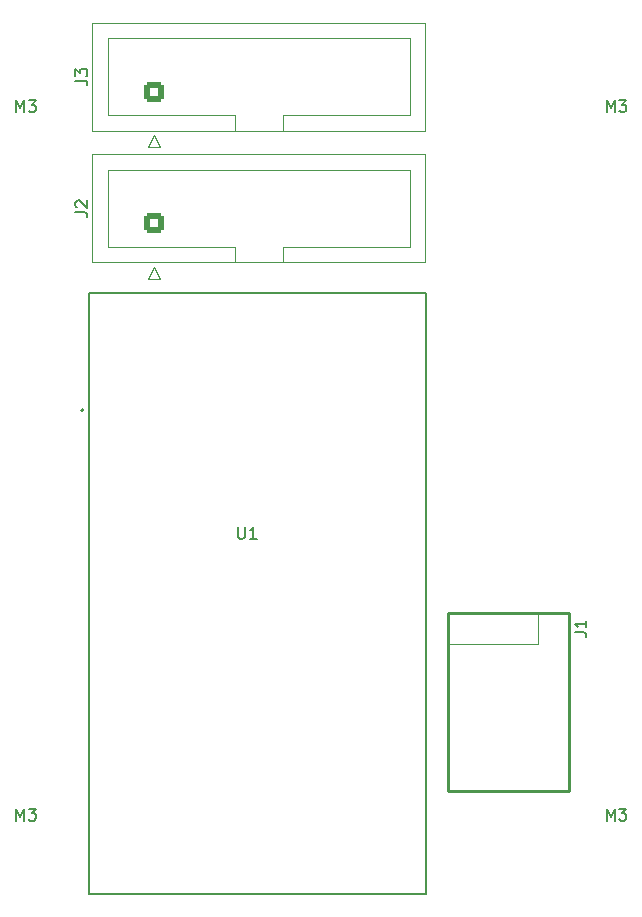
<source format=gbr>
%TF.GenerationSoftware,KiCad,Pcbnew,7.0.1-3b83917a11~172~ubuntu22.04.1*%
%TF.CreationDate,2023-03-21T01:48:29+08:00*%
%TF.ProjectId,PX Martix Board,5058204d-6172-4746-9978-20426f617264,rev?*%
%TF.SameCoordinates,Original*%
%TF.FileFunction,Legend,Top*%
%TF.FilePolarity,Positive*%
%FSLAX46Y46*%
G04 Gerber Fmt 4.6, Leading zero omitted, Abs format (unit mm)*
G04 Created by KiCad (PCBNEW 7.0.1-3b83917a11~172~ubuntu22.04.1) date 2023-03-21 01:48:29*
%MOMM*%
%LPD*%
G01*
G04 APERTURE LIST*
G04 Aperture macros list*
%AMRoundRect*
0 Rectangle with rounded corners*
0 $1 Rounding radius*
0 $2 $3 $4 $5 $6 $7 $8 $9 X,Y pos of 4 corners*
0 Add a 4 corners polygon primitive as box body*
4,1,4,$2,$3,$4,$5,$6,$7,$8,$9,$2,$3,0*
0 Add four circle primitives for the rounded corners*
1,1,$1+$1,$2,$3*
1,1,$1+$1,$4,$5*
1,1,$1+$1,$6,$7*
1,1,$1+$1,$8,$9*
0 Add four rect primitives between the rounded corners*
20,1,$1+$1,$2,$3,$4,$5,0*
20,1,$1+$1,$4,$5,$6,$7,0*
20,1,$1+$1,$6,$7,$8,$9,0*
20,1,$1+$1,$8,$9,$2,$3,0*%
G04 Aperture macros list end*
%ADD10C,0.250000*%
%ADD11C,0.150000*%
%ADD12C,0.127000*%
%ADD13C,0.200000*%
%ADD14C,0.120000*%
%ADD15C,3.000000*%
%ADD16R,2.000000X2.000000*%
%ADD17C,2.000000*%
%ADD18C,0.800000*%
%ADD19C,6.400000*%
%ADD20RoundRect,0.250000X0.600000X-0.600000X0.600000X0.600000X-0.600000X0.600000X-0.600000X-0.600000X0*%
%ADD21C,1.700000*%
%ADD22R,1.700000X1.700000*%
%ADD23O,1.700000X1.700000*%
G04 APERTURE END LIST*
D10*
X142720000Y-91870000D02*
X153000000Y-91870000D01*
X153000000Y-107000000D01*
X142720000Y-107000000D01*
X142720000Y-91870000D01*
D11*
%TO.C,U1*%
X124968095Y-84607091D02*
X124968095Y-85416614D01*
X124968095Y-85416614D02*
X125015714Y-85511852D01*
X125015714Y-85511852D02*
X125063333Y-85559472D01*
X125063333Y-85559472D02*
X125158571Y-85607091D01*
X125158571Y-85607091D02*
X125349047Y-85607091D01*
X125349047Y-85607091D02*
X125444285Y-85559472D01*
X125444285Y-85559472D02*
X125491904Y-85511852D01*
X125491904Y-85511852D02*
X125539523Y-85416614D01*
X125539523Y-85416614D02*
X125539523Y-84607091D01*
X126539523Y-85607091D02*
X125968095Y-85607091D01*
X126253809Y-85607091D02*
X126253809Y-84607091D01*
X126253809Y-84607091D02*
X126158571Y-84749948D01*
X126158571Y-84749948D02*
X126063333Y-84845186D01*
X126063333Y-84845186D02*
X125968095Y-84892805D01*
%TO.C,M3*%
X156190476Y-49462619D02*
X156190476Y-48462619D01*
X156190476Y-48462619D02*
X156523809Y-49176904D01*
X156523809Y-49176904D02*
X156857142Y-48462619D01*
X156857142Y-48462619D02*
X156857142Y-49462619D01*
X157238095Y-48462619D02*
X157857142Y-48462619D01*
X157857142Y-48462619D02*
X157523809Y-48843571D01*
X157523809Y-48843571D02*
X157666666Y-48843571D01*
X157666666Y-48843571D02*
X157761904Y-48891190D01*
X157761904Y-48891190D02*
X157809523Y-48938809D01*
X157809523Y-48938809D02*
X157857142Y-49034047D01*
X157857142Y-49034047D02*
X157857142Y-49272142D01*
X157857142Y-49272142D02*
X157809523Y-49367380D01*
X157809523Y-49367380D02*
X157761904Y-49415000D01*
X157761904Y-49415000D02*
X157666666Y-49462619D01*
X157666666Y-49462619D02*
X157380952Y-49462619D01*
X157380952Y-49462619D02*
X157285714Y-49415000D01*
X157285714Y-49415000D02*
X157238095Y-49367380D01*
%TO.C,J3*%
X111202619Y-46815833D02*
X111916904Y-46815833D01*
X111916904Y-46815833D02*
X112059761Y-46863452D01*
X112059761Y-46863452D02*
X112155000Y-46958690D01*
X112155000Y-46958690D02*
X112202619Y-47101547D01*
X112202619Y-47101547D02*
X112202619Y-47196785D01*
X111202619Y-46434880D02*
X111202619Y-45815833D01*
X111202619Y-45815833D02*
X111583571Y-46149166D01*
X111583571Y-46149166D02*
X111583571Y-46006309D01*
X111583571Y-46006309D02*
X111631190Y-45911071D01*
X111631190Y-45911071D02*
X111678809Y-45863452D01*
X111678809Y-45863452D02*
X111774047Y-45815833D01*
X111774047Y-45815833D02*
X112012142Y-45815833D01*
X112012142Y-45815833D02*
X112107380Y-45863452D01*
X112107380Y-45863452D02*
X112155000Y-45911071D01*
X112155000Y-45911071D02*
X112202619Y-46006309D01*
X112202619Y-46006309D02*
X112202619Y-46292023D01*
X112202619Y-46292023D02*
X112155000Y-46387261D01*
X112155000Y-46387261D02*
X112107380Y-46434880D01*
%TO.C,M3*%
X156190476Y-109462619D02*
X156190476Y-108462619D01*
X156190476Y-108462619D02*
X156523809Y-109176904D01*
X156523809Y-109176904D02*
X156857142Y-108462619D01*
X156857142Y-108462619D02*
X156857142Y-109462619D01*
X157238095Y-108462619D02*
X157857142Y-108462619D01*
X157857142Y-108462619D02*
X157523809Y-108843571D01*
X157523809Y-108843571D02*
X157666666Y-108843571D01*
X157666666Y-108843571D02*
X157761904Y-108891190D01*
X157761904Y-108891190D02*
X157809523Y-108938809D01*
X157809523Y-108938809D02*
X157857142Y-109034047D01*
X157857142Y-109034047D02*
X157857142Y-109272142D01*
X157857142Y-109272142D02*
X157809523Y-109367380D01*
X157809523Y-109367380D02*
X157761904Y-109415000D01*
X157761904Y-109415000D02*
X157666666Y-109462619D01*
X157666666Y-109462619D02*
X157380952Y-109462619D01*
X157380952Y-109462619D02*
X157285714Y-109415000D01*
X157285714Y-109415000D02*
X157238095Y-109367380D01*
X106190476Y-49462619D02*
X106190476Y-48462619D01*
X106190476Y-48462619D02*
X106523809Y-49176904D01*
X106523809Y-49176904D02*
X106857142Y-48462619D01*
X106857142Y-48462619D02*
X106857142Y-49462619D01*
X107238095Y-48462619D02*
X107857142Y-48462619D01*
X107857142Y-48462619D02*
X107523809Y-48843571D01*
X107523809Y-48843571D02*
X107666666Y-48843571D01*
X107666666Y-48843571D02*
X107761904Y-48891190D01*
X107761904Y-48891190D02*
X107809523Y-48938809D01*
X107809523Y-48938809D02*
X107857142Y-49034047D01*
X107857142Y-49034047D02*
X107857142Y-49272142D01*
X107857142Y-49272142D02*
X107809523Y-49367380D01*
X107809523Y-49367380D02*
X107761904Y-49415000D01*
X107761904Y-49415000D02*
X107666666Y-49462619D01*
X107666666Y-49462619D02*
X107380952Y-49462619D01*
X107380952Y-49462619D02*
X107285714Y-49415000D01*
X107285714Y-49415000D02*
X107238095Y-49367380D01*
%TO.C,J2*%
X111202619Y-57960305D02*
X111916904Y-57960305D01*
X111916904Y-57960305D02*
X112059761Y-58007924D01*
X112059761Y-58007924D02*
X112155000Y-58103162D01*
X112155000Y-58103162D02*
X112202619Y-58246019D01*
X112202619Y-58246019D02*
X112202619Y-58341257D01*
X111297857Y-57531733D02*
X111250238Y-57484114D01*
X111250238Y-57484114D02*
X111202619Y-57388876D01*
X111202619Y-57388876D02*
X111202619Y-57150781D01*
X111202619Y-57150781D02*
X111250238Y-57055543D01*
X111250238Y-57055543D02*
X111297857Y-57007924D01*
X111297857Y-57007924D02*
X111393095Y-56960305D01*
X111393095Y-56960305D02*
X111488333Y-56960305D01*
X111488333Y-56960305D02*
X111631190Y-57007924D01*
X111631190Y-57007924D02*
X112202619Y-57579352D01*
X112202619Y-57579352D02*
X112202619Y-56960305D01*
%TO.C,J1*%
X153462619Y-93533333D02*
X154176904Y-93533333D01*
X154176904Y-93533333D02*
X154319761Y-93580952D01*
X154319761Y-93580952D02*
X154415000Y-93676190D01*
X154415000Y-93676190D02*
X154462619Y-93819047D01*
X154462619Y-93819047D02*
X154462619Y-93914285D01*
X154462619Y-92533333D02*
X154462619Y-93104761D01*
X154462619Y-92819047D02*
X153462619Y-92819047D01*
X153462619Y-92819047D02*
X153605476Y-92914285D01*
X153605476Y-92914285D02*
X153700714Y-93009523D01*
X153700714Y-93009523D02*
X153748333Y-93104761D01*
%TO.C,M3*%
X106190476Y-109462619D02*
X106190476Y-108462619D01*
X106190476Y-108462619D02*
X106523809Y-109176904D01*
X106523809Y-109176904D02*
X106857142Y-108462619D01*
X106857142Y-108462619D02*
X106857142Y-109462619D01*
X107238095Y-108462619D02*
X107857142Y-108462619D01*
X107857142Y-108462619D02*
X107523809Y-108843571D01*
X107523809Y-108843571D02*
X107666666Y-108843571D01*
X107666666Y-108843571D02*
X107761904Y-108891190D01*
X107761904Y-108891190D02*
X107809523Y-108938809D01*
X107809523Y-108938809D02*
X107857142Y-109034047D01*
X107857142Y-109034047D02*
X107857142Y-109272142D01*
X107857142Y-109272142D02*
X107809523Y-109367380D01*
X107809523Y-109367380D02*
X107761904Y-109415000D01*
X107761904Y-109415000D02*
X107666666Y-109462619D01*
X107666666Y-109462619D02*
X107380952Y-109462619D01*
X107380952Y-109462619D02*
X107285714Y-109415000D01*
X107285714Y-109415000D02*
X107238095Y-109367380D01*
D12*
%TO.C,U1*%
X112350000Y-64769472D02*
X123419000Y-64769472D01*
X123419000Y-64769472D02*
X130130000Y-64769472D01*
X112350000Y-115719472D02*
X117720000Y-115719472D01*
X135410000Y-115719472D02*
X140860000Y-115719472D01*
X130130000Y-64769472D02*
X140860000Y-64769472D01*
X112350000Y-115719472D02*
X112350000Y-64769472D01*
X117720000Y-115719472D02*
X135410000Y-115719472D01*
X112350000Y-64769472D02*
X140860000Y-64769472D01*
X112350000Y-115719472D02*
X112350000Y-64769472D01*
X140860000Y-64769472D02*
X140860000Y-115719472D01*
X140860000Y-115719472D02*
X112350000Y-115719472D01*
X140860000Y-64769472D02*
X140860000Y-115719472D01*
D13*
X111880000Y-74729472D02*
G75*
G03*
X111880000Y-74729472I-100000J0D01*
G01*
D14*
%TO.C,J3*%
X140830000Y-41922500D02*
X140830000Y-51042500D01*
X112630000Y-41922500D02*
X140830000Y-41922500D01*
X139530000Y-49732500D02*
X128780000Y-49732500D01*
X128780000Y-49732500D02*
X128780000Y-49732500D01*
X124680000Y-49732500D02*
X113930000Y-49732500D01*
X124680000Y-51042500D02*
X124680000Y-49732500D01*
X112630000Y-51042500D02*
X112630000Y-41922500D01*
X117840000Y-51432500D02*
X117340000Y-52432500D01*
X113930000Y-43232500D02*
X139530000Y-43232500D01*
X118340000Y-52432500D02*
X117840000Y-51432500D01*
X139530000Y-43232500D02*
X139530000Y-49732500D01*
X113930000Y-49732500D02*
X113930000Y-43232500D01*
X140830000Y-51042500D02*
X112630000Y-51042500D01*
X128780000Y-49732500D02*
X128780000Y-51042500D01*
X117340000Y-52432500D02*
X118340000Y-52432500D01*
%TO.C,J2*%
X113930000Y-60876972D02*
X113930000Y-54376972D01*
X112630000Y-62186972D02*
X112630000Y-53066972D01*
X112630000Y-53066972D02*
X140830000Y-53066972D01*
X128780000Y-60876972D02*
X128780000Y-60876972D01*
X140830000Y-53066972D02*
X140830000Y-62186972D01*
X113930000Y-54376972D02*
X139530000Y-54376972D01*
X124680000Y-62186972D02*
X124680000Y-60876972D01*
X124680000Y-60876972D02*
X113930000Y-60876972D01*
X128780000Y-60876972D02*
X128780000Y-62186972D01*
X139530000Y-60876972D02*
X128780000Y-60876972D01*
X118340000Y-63576972D02*
X117840000Y-62576972D01*
X117340000Y-63576972D02*
X118340000Y-63576972D01*
X140830000Y-62186972D02*
X112630000Y-62186972D01*
X139530000Y-54376972D02*
X139530000Y-60876972D01*
X117840000Y-62576972D02*
X117340000Y-63576972D01*
%TO.C,J1*%
X150400000Y-94530000D02*
X142720000Y-94530000D01*
X151670000Y-91870000D02*
X153000000Y-91870000D01*
X150400000Y-91870000D02*
X142720000Y-91870000D01*
X150400000Y-91870000D02*
X150400000Y-94530000D01*
X153000000Y-91870000D02*
X153000000Y-93200000D01*
X142720000Y-91870000D02*
X142720000Y-94530000D01*
%TD*%
%LPC*%
D15*
%TO.C,U1*%
X114350000Y-66769472D03*
X138860000Y-66769472D03*
X114350000Y-113719472D03*
X138860000Y-113719472D03*
D16*
X113930000Y-74729472D03*
D17*
X113930000Y-77269472D03*
X113930000Y-79809472D03*
X113930000Y-82349472D03*
X113930000Y-84889472D03*
X113930000Y-87429472D03*
X113930000Y-89969472D03*
X113930000Y-92509472D03*
X113930000Y-95049472D03*
X113930000Y-97589472D03*
X113930000Y-100129472D03*
X113930000Y-102669472D03*
X113930000Y-105209472D03*
X113930000Y-107749472D03*
X113930000Y-110289472D03*
X139330000Y-110289472D03*
X139330000Y-107749472D03*
X139330000Y-105209472D03*
X139330000Y-102669472D03*
X139330000Y-100129472D03*
X139330000Y-97589472D03*
X139330000Y-95049472D03*
X139330000Y-92509472D03*
X139330000Y-89969472D03*
X139330000Y-87429472D03*
X139330000Y-84889472D03*
X139330000Y-82349472D03*
X139330000Y-79809472D03*
X139330000Y-77269472D03*
X139330000Y-74729472D03*
%TD*%
D18*
%TO.C,M3*%
X157000000Y-46400000D03*
X154600000Y-44000000D03*
X158697056Y-45697056D03*
D19*
X157000000Y-44000000D03*
D18*
X155302944Y-45697056D03*
X159400000Y-44000000D03*
X158697056Y-42302944D03*
X157000000Y-41600000D03*
X155302944Y-42302944D03*
%TD*%
D20*
%TO.C,J3*%
X117840000Y-47752500D03*
D21*
X117840000Y-45212500D03*
X120380000Y-47752500D03*
X120380000Y-45212500D03*
X122920000Y-47752500D03*
X122920000Y-45212500D03*
X125460000Y-47752500D03*
X125460000Y-45212500D03*
X128000000Y-47752500D03*
X128000000Y-45212500D03*
X130540000Y-47752500D03*
X130540000Y-45212500D03*
X133080000Y-47752500D03*
X133080000Y-45212500D03*
X135620000Y-47752500D03*
X135620000Y-45212500D03*
%TD*%
D19*
%TO.C,M3*%
X157000000Y-114000000D03*
D18*
X158697056Y-115697056D03*
X155302944Y-115697056D03*
X157000000Y-116400000D03*
X155302944Y-112302944D03*
X159400000Y-114000000D03*
X154600000Y-114000000D03*
X158697056Y-112302944D03*
X157000000Y-111600000D03*
%TD*%
%TO.C,M3*%
X105302944Y-42302944D03*
X105302944Y-45697056D03*
X109400000Y-44000000D03*
X108697056Y-45697056D03*
X108697056Y-42302944D03*
X107000000Y-46400000D03*
X107000000Y-41600000D03*
D19*
X107000000Y-44000000D03*
D18*
X104600000Y-44000000D03*
%TD*%
D20*
%TO.C,J2*%
X117840000Y-58896972D03*
D21*
X117840000Y-56356972D03*
X120380000Y-58896972D03*
X120380000Y-56356972D03*
X122920000Y-58896972D03*
X122920000Y-56356972D03*
X125460000Y-58896972D03*
X125460000Y-56356972D03*
X128000000Y-58896972D03*
X128000000Y-56356972D03*
X130540000Y-58896972D03*
X130540000Y-56356972D03*
X133080000Y-58896972D03*
X133080000Y-56356972D03*
X135620000Y-58896972D03*
X135620000Y-56356972D03*
%TD*%
D22*
%TO.C,J1*%
X151670000Y-93200000D03*
D23*
X149130000Y-93200000D03*
X146590000Y-93200000D03*
X144050000Y-93200000D03*
%TD*%
D18*
%TO.C,M3*%
X108697056Y-115697056D03*
X105302944Y-112302944D03*
X105302944Y-115697056D03*
X104600000Y-114000000D03*
X109400000Y-114000000D03*
X107000000Y-116400000D03*
X107000000Y-111600000D03*
D19*
X107000000Y-114000000D03*
D18*
X108697056Y-112302944D03*
%TD*%
M02*

</source>
